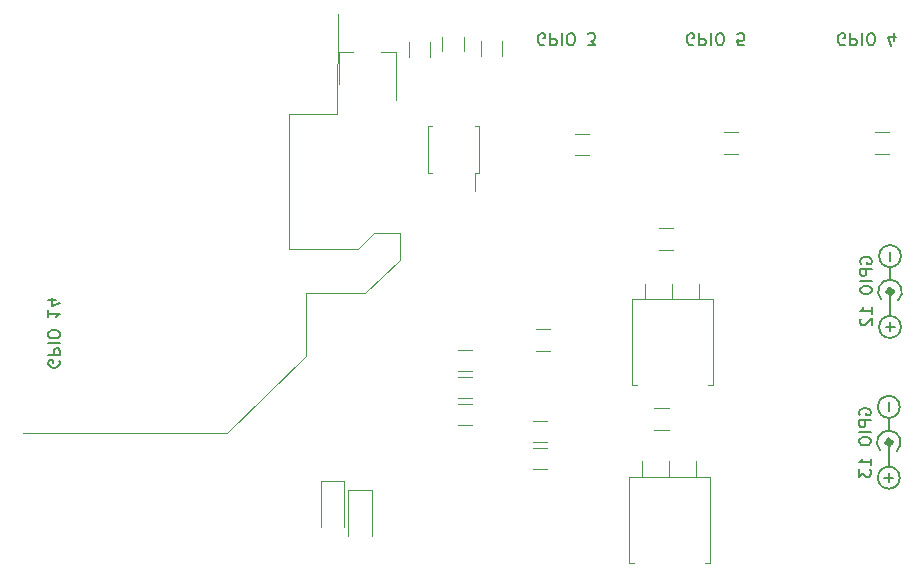
<source format=gbr>
G04 #@! TF.GenerationSoftware,KiCad,Pcbnew,(5.1.2)-2*
G04 #@! TF.CreationDate,2020-09-10T18:09:44+02:00*
G04 #@! TF.ProjectId,enclosure_helper,656e636c-6f73-4757-9265-5f68656c7065,rev?*
G04 #@! TF.SameCoordinates,Original*
G04 #@! TF.FileFunction,Legend,Bot*
G04 #@! TF.FilePolarity,Positive*
%FSLAX46Y46*%
G04 Gerber Fmt 4.6, Leading zero omitted, Abs format (unit mm)*
G04 Created by KiCad (PCBNEW (5.1.2)-2) date 2020-09-10 18:09:44*
%MOMM*%
%LPD*%
G04 APERTURE LIST*
%ADD10C,0.120000*%
%ADD11C,0.150000*%
%ADD12C,0.500000*%
G04 APERTURE END LIST*
D10*
X140652500Y-90373200D02*
X140652500Y-88087200D01*
X137706100Y-93154500D02*
X132676900Y-93167200D01*
X140652500Y-90373200D02*
X137706100Y-93154500D01*
X138417300Y-88099900D02*
X140652500Y-88087200D01*
X137109200Y-89433400D02*
X138417300Y-88099900D01*
X131229100Y-89408000D02*
X137109200Y-89433400D01*
X131229100Y-87807800D02*
X131229100Y-89408000D01*
X125996700Y-104965500D02*
X108712000Y-104965500D01*
X132676900Y-98513900D02*
X125996700Y-104965500D01*
X132676900Y-93167200D02*
X132676900Y-98513900D01*
X131216400Y-77952600D02*
X131229100Y-87807800D01*
X135356600Y-77952600D02*
X131216400Y-77952600D01*
X135369300Y-69532500D02*
X135356600Y-77952600D01*
D11*
X111802800Y-98891433D02*
X111850419Y-98986671D01*
X111850419Y-99129528D01*
X111802800Y-99272385D01*
X111707561Y-99367623D01*
X111612323Y-99415242D01*
X111421847Y-99462861D01*
X111278990Y-99462861D01*
X111088514Y-99415242D01*
X110993276Y-99367623D01*
X110898038Y-99272385D01*
X110850419Y-99129528D01*
X110850419Y-99034290D01*
X110898038Y-98891433D01*
X110945657Y-98843814D01*
X111278990Y-98843814D01*
X111278990Y-99034290D01*
X110850419Y-98415242D02*
X111850419Y-98415242D01*
X111850419Y-98034290D01*
X111802800Y-97939052D01*
X111755180Y-97891433D01*
X111659942Y-97843814D01*
X111517085Y-97843814D01*
X111421847Y-97891433D01*
X111374228Y-97939052D01*
X111326609Y-98034290D01*
X111326609Y-98415242D01*
X110850419Y-97415242D02*
X111850419Y-97415242D01*
X111850419Y-96748576D02*
X111850419Y-96558100D01*
X111802800Y-96462861D01*
X111707561Y-96367623D01*
X111517085Y-96320004D01*
X111183752Y-96320004D01*
X110993276Y-96367623D01*
X110898038Y-96462861D01*
X110850419Y-96558100D01*
X110850419Y-96748576D01*
X110898038Y-96843814D01*
X110993276Y-96939052D01*
X111183752Y-96986671D01*
X111517085Y-96986671D01*
X111707561Y-96939052D01*
X111802800Y-96843814D01*
X111850419Y-96748576D01*
X110850419Y-94605719D02*
X110850419Y-95177147D01*
X110850419Y-94891433D02*
X111850419Y-94891433D01*
X111707561Y-94986671D01*
X111612323Y-95081909D01*
X111564704Y-95177147D01*
X111517085Y-93748576D02*
X110850419Y-93748576D01*
X111898038Y-93986671D02*
X111183752Y-94224766D01*
X111183752Y-93605719D01*
X152879657Y-72115300D02*
X152784419Y-72162919D01*
X152641561Y-72162919D01*
X152498704Y-72115300D01*
X152403466Y-72020061D01*
X152355847Y-71924823D01*
X152308228Y-71734347D01*
X152308228Y-71591490D01*
X152355847Y-71401014D01*
X152403466Y-71305776D01*
X152498704Y-71210538D01*
X152641561Y-71162919D01*
X152736800Y-71162919D01*
X152879657Y-71210538D01*
X152927276Y-71258157D01*
X152927276Y-71591490D01*
X152736800Y-71591490D01*
X153355847Y-71162919D02*
X153355847Y-72162919D01*
X153736800Y-72162919D01*
X153832038Y-72115300D01*
X153879657Y-72067680D01*
X153927276Y-71972442D01*
X153927276Y-71829585D01*
X153879657Y-71734347D01*
X153832038Y-71686728D01*
X153736800Y-71639109D01*
X153355847Y-71639109D01*
X154355847Y-71162919D02*
X154355847Y-72162919D01*
X155022514Y-72162919D02*
X155212990Y-72162919D01*
X155308228Y-72115300D01*
X155403466Y-72020061D01*
X155451085Y-71829585D01*
X155451085Y-71496252D01*
X155403466Y-71305776D01*
X155308228Y-71210538D01*
X155212990Y-71162919D01*
X155022514Y-71162919D01*
X154927276Y-71210538D01*
X154832038Y-71305776D01*
X154784419Y-71496252D01*
X154784419Y-71829585D01*
X154832038Y-72020061D01*
X154927276Y-72115300D01*
X155022514Y-72162919D01*
X156546323Y-72162919D02*
X157165371Y-72162919D01*
X156832038Y-71781966D01*
X156974895Y-71781966D01*
X157070133Y-71734347D01*
X157117752Y-71686728D01*
X157165371Y-71591490D01*
X157165371Y-71353395D01*
X157117752Y-71258157D01*
X157070133Y-71210538D01*
X156974895Y-71162919D01*
X156689180Y-71162919D01*
X156593942Y-71210538D01*
X156546323Y-71258157D01*
X165503457Y-72115300D02*
X165408219Y-72162919D01*
X165265361Y-72162919D01*
X165122504Y-72115300D01*
X165027266Y-72020061D01*
X164979647Y-71924823D01*
X164932028Y-71734347D01*
X164932028Y-71591490D01*
X164979647Y-71401014D01*
X165027266Y-71305776D01*
X165122504Y-71210538D01*
X165265361Y-71162919D01*
X165360600Y-71162919D01*
X165503457Y-71210538D01*
X165551076Y-71258157D01*
X165551076Y-71591490D01*
X165360600Y-71591490D01*
X165979647Y-71162919D02*
X165979647Y-72162919D01*
X166360600Y-72162919D01*
X166455838Y-72115300D01*
X166503457Y-72067680D01*
X166551076Y-71972442D01*
X166551076Y-71829585D01*
X166503457Y-71734347D01*
X166455838Y-71686728D01*
X166360600Y-71639109D01*
X165979647Y-71639109D01*
X166979647Y-71162919D02*
X166979647Y-72162919D01*
X167646314Y-72162919D02*
X167836790Y-72162919D01*
X167932028Y-72115300D01*
X168027266Y-72020061D01*
X168074885Y-71829585D01*
X168074885Y-71496252D01*
X168027266Y-71305776D01*
X167932028Y-71210538D01*
X167836790Y-71162919D01*
X167646314Y-71162919D01*
X167551076Y-71210538D01*
X167455838Y-71305776D01*
X167408219Y-71496252D01*
X167408219Y-71829585D01*
X167455838Y-72020061D01*
X167551076Y-72115300D01*
X167646314Y-72162919D01*
X169741552Y-72162919D02*
X169265361Y-72162919D01*
X169217742Y-71686728D01*
X169265361Y-71734347D01*
X169360600Y-71781966D01*
X169598695Y-71781966D01*
X169693933Y-71734347D01*
X169741552Y-71686728D01*
X169789171Y-71591490D01*
X169789171Y-71353395D01*
X169741552Y-71258157D01*
X169693933Y-71210538D01*
X169598695Y-71162919D01*
X169360600Y-71162919D01*
X169265361Y-71210538D01*
X169217742Y-71258157D01*
X178292357Y-72115300D02*
X178197119Y-72162919D01*
X178054261Y-72162919D01*
X177911404Y-72115300D01*
X177816166Y-72020061D01*
X177768547Y-71924823D01*
X177720928Y-71734347D01*
X177720928Y-71591490D01*
X177768547Y-71401014D01*
X177816166Y-71305776D01*
X177911404Y-71210538D01*
X178054261Y-71162919D01*
X178149500Y-71162919D01*
X178292357Y-71210538D01*
X178339976Y-71258157D01*
X178339976Y-71591490D01*
X178149500Y-71591490D01*
X178768547Y-71162919D02*
X178768547Y-72162919D01*
X179149500Y-72162919D01*
X179244738Y-72115300D01*
X179292357Y-72067680D01*
X179339976Y-71972442D01*
X179339976Y-71829585D01*
X179292357Y-71734347D01*
X179244738Y-71686728D01*
X179149500Y-71639109D01*
X178768547Y-71639109D01*
X179768547Y-71162919D02*
X179768547Y-72162919D01*
X180435214Y-72162919D02*
X180625690Y-72162919D01*
X180720928Y-72115300D01*
X180816166Y-72020061D01*
X180863785Y-71829585D01*
X180863785Y-71496252D01*
X180816166Y-71305776D01*
X180720928Y-71210538D01*
X180625690Y-71162919D01*
X180435214Y-71162919D01*
X180339976Y-71210538D01*
X180244738Y-71305776D01*
X180197119Y-71496252D01*
X180197119Y-71829585D01*
X180244738Y-72020061D01*
X180339976Y-72115300D01*
X180435214Y-72162919D01*
X182482833Y-71829585D02*
X182482833Y-71162919D01*
X182244738Y-72210538D02*
X182006642Y-71496252D01*
X182625690Y-71496252D01*
X179560600Y-103457666D02*
X179512980Y-103362428D01*
X179512980Y-103219571D01*
X179560600Y-103076714D01*
X179655838Y-102981476D01*
X179751076Y-102933857D01*
X179941552Y-102886238D01*
X180084409Y-102886238D01*
X180274885Y-102933857D01*
X180370123Y-102981476D01*
X180465361Y-103076714D01*
X180512980Y-103219571D01*
X180512980Y-103314809D01*
X180465361Y-103457666D01*
X180417742Y-103505285D01*
X180084409Y-103505285D01*
X180084409Y-103314809D01*
X180512980Y-103933857D02*
X179512980Y-103933857D01*
X179512980Y-104314809D01*
X179560600Y-104410047D01*
X179608219Y-104457666D01*
X179703457Y-104505285D01*
X179846314Y-104505285D01*
X179941552Y-104457666D01*
X179989171Y-104410047D01*
X180036790Y-104314809D01*
X180036790Y-103933857D01*
X180512980Y-104933857D02*
X179512980Y-104933857D01*
X179512980Y-105600523D02*
X179512980Y-105791000D01*
X179560600Y-105886238D01*
X179655838Y-105981476D01*
X179846314Y-106029095D01*
X180179647Y-106029095D01*
X180370123Y-105981476D01*
X180465361Y-105886238D01*
X180512980Y-105791000D01*
X180512980Y-105600523D01*
X180465361Y-105505285D01*
X180370123Y-105410047D01*
X180179647Y-105362428D01*
X179846314Y-105362428D01*
X179655838Y-105410047D01*
X179560600Y-105505285D01*
X179512980Y-105600523D01*
X180512980Y-107743380D02*
X180512980Y-107171952D01*
X180512980Y-107457666D02*
X179512980Y-107457666D01*
X179655838Y-107362428D01*
X179751076Y-107267190D01*
X179798695Y-107171952D01*
X179512980Y-108076714D02*
X179512980Y-108695761D01*
X179893933Y-108362428D01*
X179893933Y-108505285D01*
X179941552Y-108600523D01*
X179989171Y-108648142D01*
X180084409Y-108695761D01*
X180322504Y-108695761D01*
X180417742Y-108648142D01*
X180465361Y-108600523D01*
X180512980Y-108505285D01*
X180512980Y-108219571D01*
X180465361Y-108124333D01*
X180417742Y-108076714D01*
X179649500Y-90656066D02*
X179601880Y-90560828D01*
X179601880Y-90417971D01*
X179649500Y-90275114D01*
X179744738Y-90179876D01*
X179839976Y-90132257D01*
X180030452Y-90084638D01*
X180173309Y-90084638D01*
X180363785Y-90132257D01*
X180459023Y-90179876D01*
X180554261Y-90275114D01*
X180601880Y-90417971D01*
X180601880Y-90513209D01*
X180554261Y-90656066D01*
X180506642Y-90703685D01*
X180173309Y-90703685D01*
X180173309Y-90513209D01*
X180601880Y-91132257D02*
X179601880Y-91132257D01*
X179601880Y-91513209D01*
X179649500Y-91608447D01*
X179697119Y-91656066D01*
X179792357Y-91703685D01*
X179935214Y-91703685D01*
X180030452Y-91656066D01*
X180078071Y-91608447D01*
X180125690Y-91513209D01*
X180125690Y-91132257D01*
X180601880Y-92132257D02*
X179601880Y-92132257D01*
X179601880Y-92798923D02*
X179601880Y-92989400D01*
X179649500Y-93084638D01*
X179744738Y-93179876D01*
X179935214Y-93227495D01*
X180268547Y-93227495D01*
X180459023Y-93179876D01*
X180554261Y-93084638D01*
X180601880Y-92989400D01*
X180601880Y-92798923D01*
X180554261Y-92703685D01*
X180459023Y-92608447D01*
X180268547Y-92560828D01*
X179935214Y-92560828D01*
X179744738Y-92608447D01*
X179649500Y-92703685D01*
X179601880Y-92798923D01*
X180601880Y-94941780D02*
X180601880Y-94370352D01*
X180601880Y-94656066D02*
X179601880Y-94656066D01*
X179744738Y-94560828D01*
X179839976Y-94465590D01*
X179887595Y-94370352D01*
X179697119Y-95322733D02*
X179649500Y-95370352D01*
X179601880Y-95465590D01*
X179601880Y-95703685D01*
X179649500Y-95798923D01*
X179697119Y-95846542D01*
X179792357Y-95894161D01*
X179887595Y-95894161D01*
X180030452Y-95846542D01*
X180601880Y-95275114D01*
X180601880Y-95894161D01*
X182138628Y-89636647D02*
X182138628Y-90398552D01*
X182524352Y-96019928D02*
X181762447Y-96019928D01*
X182143400Y-96400880D02*
X182143400Y-95638976D01*
X182410052Y-108770728D02*
X181648147Y-108770728D01*
X182029100Y-109151680D02*
X182029100Y-108389776D01*
X182037028Y-102374747D02*
X182037028Y-103136652D01*
D10*
X140283900Y-72767800D02*
X139083900Y-72767800D01*
X140283900Y-76767800D02*
X140283900Y-72767800D01*
X135483900Y-72767800D02*
X135483900Y-75467800D01*
X136683900Y-72767800D02*
X135483900Y-72767800D01*
X146966000Y-83010600D02*
X146966000Y-84475600D01*
X147321000Y-83010600D02*
X146966000Y-83010600D01*
X147321000Y-81000600D02*
X147321000Y-83010600D01*
X147321000Y-78990600D02*
X146966000Y-78990600D01*
X147321000Y-81000600D02*
X147321000Y-78990600D01*
X143001000Y-83010600D02*
X143356000Y-83010600D01*
X143001000Y-81000600D02*
X143001000Y-83010600D01*
X143001000Y-78990600D02*
X143356000Y-78990600D01*
X143001000Y-81000600D02*
X143001000Y-78990600D01*
X143226200Y-71929236D02*
X143226200Y-73133364D01*
X141406200Y-71929236D02*
X141406200Y-73133364D01*
X144225600Y-72647564D02*
X144225600Y-71443436D01*
X146045600Y-72647564D02*
X146045600Y-71443436D01*
D11*
X181392200Y-93702500D02*
G75*
G02X182817200Y-93777500I750000J675000D01*
G01*
D12*
X182317200Y-93027500D02*
G75*
G03X182317200Y-93027500I-175000J0D01*
G01*
D11*
X183067200Y-96027500D02*
G75*
G03X183067200Y-96027500I-925000J0D01*
G01*
X183067200Y-90027500D02*
G75*
G03X183067200Y-90027500I-925000J0D01*
G01*
X182142200Y-91027500D02*
X182142200Y-91927500D01*
X182142200Y-93027500D02*
X182142200Y-95027500D01*
X181290600Y-106466000D02*
G75*
G02X182715600Y-106541000I750000J675000D01*
G01*
D12*
X182215600Y-105791000D02*
G75*
G03X182215600Y-105791000I-175000J0D01*
G01*
D11*
X182965600Y-108791000D02*
G75*
G03X182965600Y-108791000I-925000J0D01*
G01*
X182965600Y-102791000D02*
G75*
G03X182965600Y-102791000I-925000J0D01*
G01*
X182040600Y-103791000D02*
X182040600Y-104691000D01*
X182040600Y-105791000D02*
X182040600Y-107791000D01*
D10*
X136248900Y-109790400D02*
X136248900Y-113690400D01*
X138248900Y-109790400D02*
X138248900Y-113690400D01*
X136248900Y-109790400D02*
X138248900Y-109790400D01*
X133924800Y-109066500D02*
X133924800Y-112966500D01*
X135924800Y-109066500D02*
X135924800Y-112966500D01*
X133924800Y-109066500D02*
X135924800Y-109066500D01*
X166005700Y-93676467D02*
X166005700Y-92346467D01*
X163715700Y-93676467D02*
X163715700Y-92346467D01*
X161425700Y-93676467D02*
X161425700Y-92346467D01*
X167125700Y-100916467D02*
X167125700Y-93676467D01*
X160305700Y-100916467D02*
X160305700Y-93676467D01*
X166716700Y-100916467D02*
X167125700Y-100916467D01*
X160305700Y-100916467D02*
X160714700Y-100916467D01*
X160305700Y-93676467D02*
X167125700Y-93676467D01*
X165755700Y-108729800D02*
X165755700Y-107399800D01*
X163465700Y-108729800D02*
X163465700Y-107399800D01*
X161175700Y-108729800D02*
X161175700Y-107399800D01*
X166875700Y-115969800D02*
X166875700Y-108729800D01*
X160055700Y-115969800D02*
X160055700Y-108729800D01*
X166466700Y-115969800D02*
X166875700Y-115969800D01*
X160055700Y-115969800D02*
X160464700Y-115969800D01*
X160055700Y-108729800D02*
X166875700Y-108729800D01*
X153332264Y-98052300D02*
X152128136Y-98052300D01*
X153332264Y-96232300D02*
X152128136Y-96232300D01*
X162569136Y-87659800D02*
X163773264Y-87659800D01*
X162569136Y-89479800D02*
X163773264Y-89479800D01*
X169270764Y-81351800D02*
X168066636Y-81351800D01*
X169270764Y-79531800D02*
X168066636Y-79531800D01*
X182097764Y-81351800D02*
X180893636Y-81351800D01*
X182097764Y-79531800D02*
X180893636Y-79531800D01*
X162188136Y-102899800D02*
X163392264Y-102899800D01*
X162188136Y-104719800D02*
X163392264Y-104719800D01*
X156697764Y-81478800D02*
X155493636Y-81478800D01*
X156697764Y-79658800D02*
X155493636Y-79658800D01*
X147476800Y-73044464D02*
X147476800Y-71840336D01*
X149296800Y-73044464D02*
X149296800Y-71840336D01*
X146728264Y-99766800D02*
X145524136Y-99766800D01*
X146728264Y-97946800D02*
X145524136Y-97946800D01*
X146728264Y-102052800D02*
X145524136Y-102052800D01*
X146728264Y-100232800D02*
X145524136Y-100232800D01*
X146728264Y-104338800D02*
X145524136Y-104338800D01*
X146728264Y-102518800D02*
X145524136Y-102518800D01*
X151937636Y-103979300D02*
X153141764Y-103979300D01*
X151937636Y-105799300D02*
X153141764Y-105799300D01*
X151937636Y-106265300D02*
X153141764Y-106265300D01*
X151937636Y-108085300D02*
X153141764Y-108085300D01*
M02*

</source>
